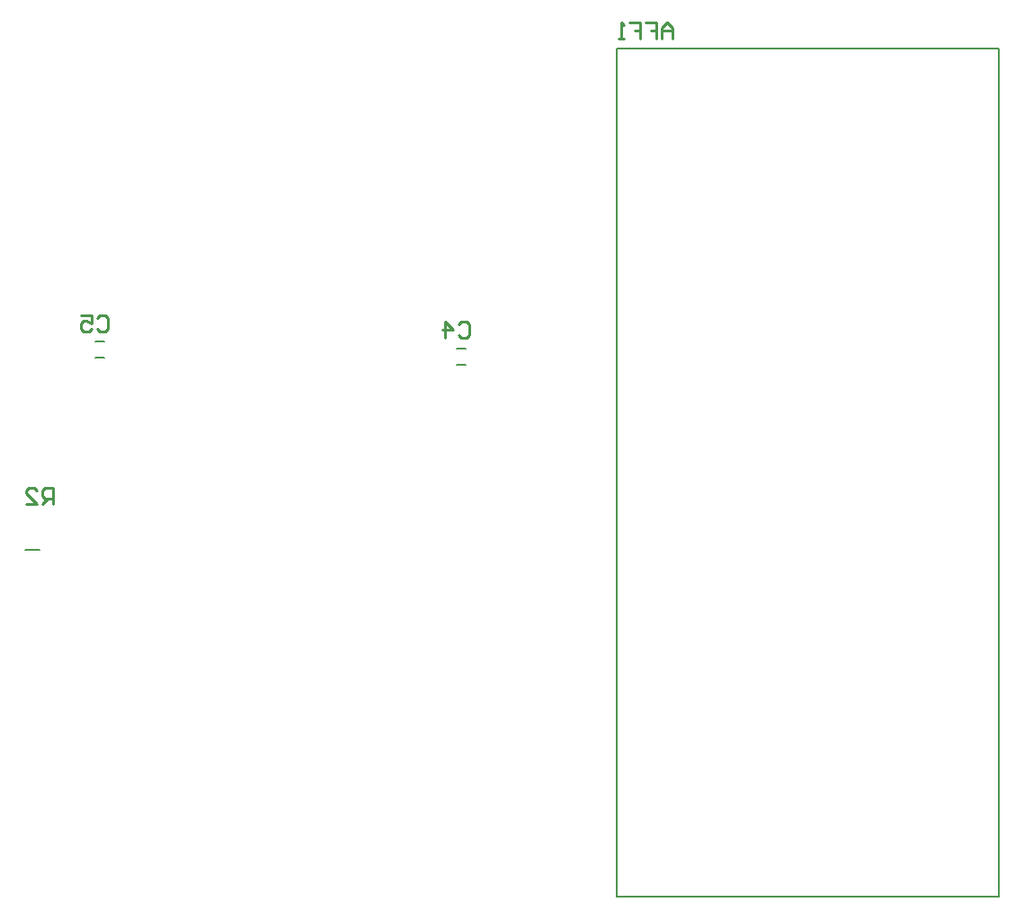
<source format=gbo>
G04*
G04 #@! TF.GenerationSoftware,Altium Limited,Altium Designer,23.1.1 (15)*
G04*
G04 Layer_Color=32896*
%FSLAX44Y44*%
%MOMM*%
G71*
G04*
G04 #@! TF.SameCoordinates,D6B2EDEF-5A9D-4844-A5D7-26F624485CE4*
G04*
G04*
G04 #@! TF.FilePolarity,Positive*
G04*
G01*
G75*
%ADD11C,0.2000*%
%ADD14C,0.2540*%
%ADD65C,0.2032*%
D11*
X655170Y708050D02*
X668170D01*
X721170Y889120D02*
X729170D01*
X721170Y904120D02*
X729170D01*
X1061530Y882770D02*
X1069530D01*
X1061530Y897770D02*
X1069530D01*
D14*
X680974Y751586D02*
Y766821D01*
X673356D01*
X670817Y764282D01*
Y759203D01*
X673356Y756664D01*
X680974D01*
X675896D02*
X670817Y751586D01*
X655582D02*
X665739D01*
X655582Y761743D01*
Y764282D01*
X658121Y766821D01*
X663200D01*
X665739Y764282D01*
X722379Y926842D02*
X724919Y929381D01*
X729997D01*
X732536Y926842D01*
Y916685D01*
X729997Y914146D01*
X724919D01*
X722379Y916685D01*
X707144Y929381D02*
X717301D01*
Y921764D01*
X712223Y924303D01*
X709683D01*
X707144Y921764D01*
Y916685D01*
X709683Y914146D01*
X714762D01*
X717301Y916685D01*
X1062739Y920492D02*
X1065278Y923031D01*
X1070357D01*
X1072896Y920492D01*
Y910335D01*
X1070357Y907796D01*
X1065278D01*
X1062739Y910335D01*
X1050043Y907796D02*
Y923031D01*
X1057661Y915414D01*
X1047504D01*
X1264158Y1189482D02*
Y1199639D01*
X1259080Y1204717D01*
X1254001Y1199639D01*
Y1189482D01*
Y1197100D01*
X1264158D01*
X1238766Y1204717D02*
X1248923D01*
Y1197100D01*
X1243845D01*
X1248923D01*
Y1189482D01*
X1223531Y1204717D02*
X1233688D01*
Y1197100D01*
X1228609D01*
X1233688D01*
Y1189482D01*
X1218453D02*
X1213374D01*
X1215914D01*
Y1204717D01*
X1218453Y1202178D01*
D65*
X1211890Y1180920D02*
X1571890D01*
X1211790Y380920D02*
X1571790D01*
Y1180920D01*
X1211790Y380920D02*
Y1180920D01*
M02*

</source>
